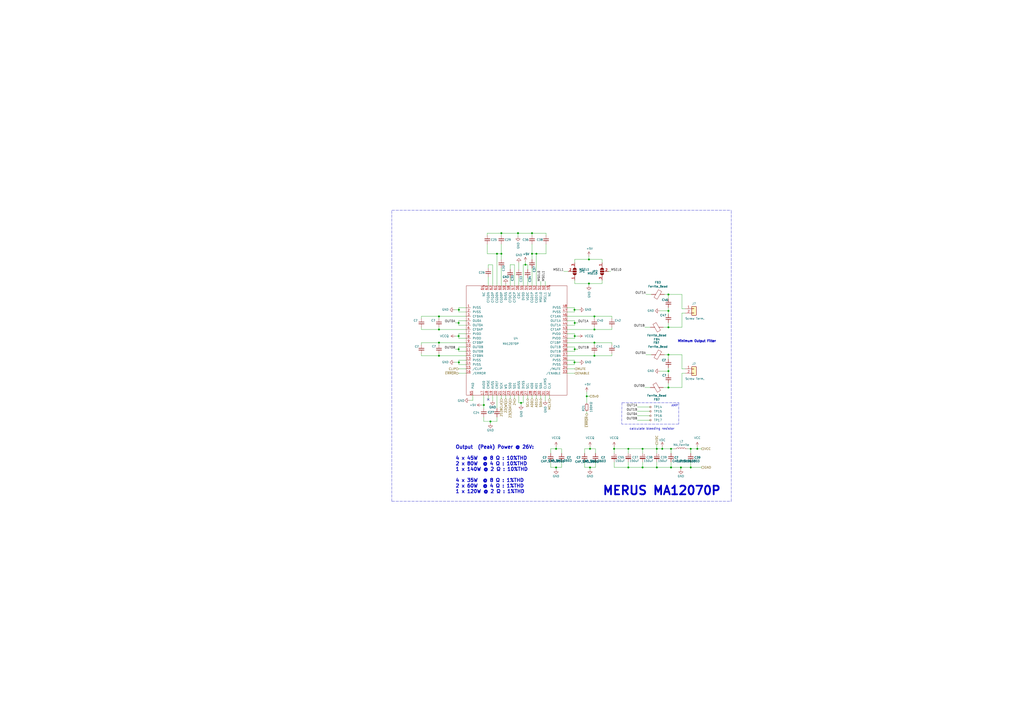
<source format=kicad_sch>
(kicad_sch (version 20211123) (generator eeschema)
  (paper "A2")
  (lib_symbols
    (symbol "Connector:TestPoint_Small" (pin_numbers hide) (pin_names (offset 0.762) hide)
      (property "Reference" "TP" (at 0 3.81 0))
      (property "Value" "TestPoint_Small" (at 0 2.032 0))
      (symbol "TestPoint_Small_0_1"
        (circle (center 0 0) (radius 0.508))
      )
      (symbol "TestPoint_Small_1_1"
        (pin passive line (at 0 0 90) (length 0) (name "1") (number "1"))
      )
    )
    (symbol "Connector_Generic:Conn_01x02" (pin_names (offset 1.016) hide)
      (property "Reference" "J" (at 0 2.54 0))
      (property "Value" "Conn_01x02" (at 0 -5.08 0))
      (symbol "Conn_01x02_1_1"
        (rectangle (start -1.27 -2.413) (end 0 -2.667) (stroke (width 0.1524)))
        (rectangle (start -1.27 0.127) (end 0 -0.127) (stroke (width 0.1524)))
        (rectangle (start -1.27 1.27) (end 1.27 -3.81) (stroke (width 0.254)) (fill (type background)))
        (pin passive line (at -5.08 0 0) (length 3.81) (name "Pin_1") (number "1"))
        (pin passive line (at -5.08 -2.54 0) (length 3.81) (name "Pin_2") (number "2"))
      )
    )
    (symbol "Device:C_Polarized_Small" (pin_numbers hide) (pin_names (offset 0.254) hide)
      (property "Reference" "C" (at 0.254 1.778 0))
      (property "Value" "C_Polarized_Small" (at 0.254 -2.032 0))
      (symbol "C_Polarized_Small_0_1"
        (rectangle (start -1.524 -0.3048) (end 1.524 -0.6858) (fill (type outline)))
        (rectangle (start -1.524 0.6858) (end 1.524 0.3048))
        (polyline (pts (xy -1.27 1.524) (xy -0.762 1.524)))
        (polyline (pts (xy -1.016 1.27) (xy -1.016 1.778)))
      )
      (symbol "C_Polarized_Small_1_1"
        (pin passive line (at 0 2.54 270) (length 1.8542) (name "~") (number "1"))
        (pin passive line (at 0 -2.54 90) (length 1.8542) (name "~") (number "2"))
      )
    )
    (symbol "Device:C_Small" (pin_numbers hide) (pin_names (offset 0.254) hide)
      (property "Reference" "C" (at 0.254 1.778 0))
      (property "Value" "C_Small" (at 0.254 -2.032 0))
      (symbol "C_Small_0_1"
        (polyline (pts (xy -1.524 -0.508) (xy 1.524 -0.508)) (stroke (width 0.3302)))
        (polyline (pts (xy -1.524 0.508) (xy 1.524 0.508)) (stroke (width 0.3048)))
      )
      (symbol "C_Small_1_1"
        (pin passive line (at 0 2.54 270) (length 2.032) (name "~") (number "1"))
        (pin passive line (at 0 -2.54 90) (length 2.032) (name "~") (number "2"))
      )
    )
    (symbol "Device:Ferrite_Bead" (pin_numbers hide) (pin_names (offset 0))
      (property "Reference" "FB" (at -3.81 0.635 90))
      (property "Value" "Device_Ferrite_Bead" (at 3.81 0 90))
      (symbol "Ferrite_Bead_0_1"
        (polyline (pts (xy 0 -1.27) (xy 0 -1.2192)))
        (polyline (pts (xy 0 1.27) (xy 0 1.2954)))
        (polyline (pts (xy -2.7686 0.4064) (xy -1.7018 2.2606) (xy 2.7686 -0.3048) (xy 1.6764 -2.159) (xy -2.7686 0.4064)))
      )
      (symbol "Ferrite_Bead_1_1"
        (pin passive line (at 0 3.81 270) (length 2.54) (name "~") (number "1"))
        (pin passive line (at 0 -3.81 90) (length 2.54) (name "~") (number "2"))
      )
    )
    (symbol "Device:L" (pin_numbers hide) (pin_names (offset 1.016) hide)
      (property "Reference" "L" (at -1.27 0 90))
      (property "Value" "L" (at 1.905 0 90))
      (symbol "L_0_1"
        (arc (start 0 -2.54) (mid 0.635 -1.905) (end 0 -1.27))
        (arc (start 0 -1.27) (mid 0.635 -0.635) (end 0 0))
        (arc (start 0 0) (mid 0.635 0.635) (end 0 1.27))
        (arc (start 0 1.27) (mid 0.635 1.905) (end 0 2.54))
      )
      (symbol "L_1_1"
        (pin passive line (at 0 3.81 270) (length 1.27) (name "1") (number "1"))
        (pin passive line (at 0 -3.81 90) (length 1.27) (name "2") (number "2"))
      )
    )
    (symbol "Device:R_Small" (pin_numbers hide) (pin_names (offset 0.254) hide)
      (property "Reference" "R" (at 0.762 0.508 0))
      (property "Value" "R_Small" (at 0.762 -1.016 0))
      (symbol "R_Small_0_1"
        (rectangle (start -0.762 1.778) (end 0.762 -1.778) (stroke (width 0.2032)))
      )
      (symbol "R_Small_1_1"
        (pin passive line (at 0 2.54 270) (length 0.762) (name "~") (number "1"))
        (pin passive line (at 0 -2.54 90) (length 0.762) (name "~") (number "2"))
      )
    )
    (symbol "Jumper:SolderJumper_3_Open" (pin_names (offset 0) hide)
      (property "Reference" "JP" (at -2.54 -2.54 0))
      (property "Value" "SolderJumper_3_Open" (at 0 2.794 0))
      (symbol "SolderJumper_3_Open_0_1"
        (arc (start -1.016 1.016) (mid -2.032 0) (end -1.016 -1.016))
        (arc (start -1.016 1.016) (mid -2.032 0) (end -1.016 -1.016) (fill (type outline)))
        (rectangle (start -0.508 1.016) (end 0.508 -1.016) (fill (type outline)))
        (polyline (pts (xy -2.54 0) (xy -2.032 0)))
        (polyline (pts (xy -1.016 1.016) (xy -1.016 -1.016)))
        (polyline (pts (xy 0 -1.27) (xy 0 -1.016)))
        (polyline (pts (xy 1.016 1.016) (xy 1.016 -1.016)))
        (polyline (pts (xy 2.54 0) (xy 2.032 0)))
        (arc (start 1.016 -1.016) (mid 2.032 0) (end 1.016 1.016))
        (arc (start 1.016 -1.016) (mid 2.032 0) (end 1.016 1.016) (fill (type outline)))
      )
      (symbol "SolderJumper_3_Open_1_1"
        (pin passive line (at -5.08 0 0) (length 2.54) (name "A") (number "1"))
        (pin passive line (at 0 -3.81 90) (length 2.54) (name "C") (number "2"))
        (pin passive line (at 5.08 0 180) (length 2.54) (name "B") (number "3"))
      )
    )
    (symbol "muVoxSyms:MA12070P" (pin_names (offset 1.016))
      (property "Reference" "U" (at 10.16 -20.32 0))
      (property "Value" "MA12070P" (at 10.16 -22.86 0))
      (symbol "MA12070P_0_1"
        (rectangle (start -19.05 6.35) (end 39.37 -57.15))
      )
      (symbol "MA12070P_1_1"
        (pin input line (at -19.05 -6.35 0) (length 2.54) (name "PVSS") (number "1"))
        (pin input line (at -19.05 -29.21 0) (length 2.54) (name "OUT0B") (number "10"))
        (pin input line (at -19.05 -31.75 0) (length 2.54) (name "OUT0B") (number "11"))
        (pin input line (at -19.05 -34.29 0) (length 2.54) (name "CF0BN") (number "12"))
        (pin input line (at -19.05 -36.83 0) (length 2.54) (name "PVSS") (number "13"))
        (pin input line (at -19.05 -39.37 0) (length 2.54) (name "PVSS") (number "14"))
        (pin output line (at -19.05 -41.91 0) (length 2.54) (name "/CLIP") (number "15"))
        (pin input line (at -19.05 -44.45 0) (length 2.54) (name "/ERROR") (number "16"))
        (pin input line (at -8.89 -57.15 90) (length 2.54) (name "AVDD") (number "17"))
        (pin input line (at -6.35 -57.15 90) (length 2.54) (name "CMSE") (number "18"))
        (pin input line (at -3.81 -57.15 90) (length 2.54) (name "AVSS") (number "19"))
        (pin input line (at -19.05 -8.89 0) (length 2.54) (name "PVSS") (number "2"))
        (pin output line (at -1.27 -57.15 90) (length 2.54) (name "CREF") (number "20"))
        (pin output line (at 1.27 -57.15 90) (length 2.54) (name "SCK") (number "21"))
        (pin input line (at 3.81 -57.15 90) (length 2.54) (name "WS") (number "22"))
        (pin input line (at 6.35 -57.15 90) (length 2.54) (name "SD0") (number "23"))
        (pin input line (at 8.89 -57.15 90) (length 2.54) (name "SD1") (number "24"))
        (pin passive line (at 11.43 -57.15 90) (length 2.54) (name "AVSS") (number "25"))
        (pin passive line (at 13.97 -57.15 90) (length 2.54) (name "DVSS") (number "26"))
        (pin bidirectional line (at 16.51 -57.15 90) (length 2.54) (name "SCL") (number "27"))
        (pin input line (at 19.05 -57.15 90) (length 2.54) (name "AD0") (number "28"))
        (pin input line (at 21.59 -57.15 90) (length 2.54) (name "AD1") (number "29"))
        (pin input line (at -19.05 -11.43 0) (length 2.54) (name "CF0AN") (number "3"))
        (pin bidirectional line (at 24.13 -57.15 90) (length 2.54) (name "SDA") (number "30"))
        (pin output line (at 26.67 -57.15 90) (length 2.54) (name "CLKMS") (number "31"))
        (pin input line (at 29.21 -57.15 90) (length 2.54) (name "CLK") (number "32"))
        (pin input line (at 39.37 -44.45 180) (length 2.54) (name "/ENABLE") (number "33"))
        (pin output line (at 39.37 -41.91 180) (length 2.54) (name "/MUTE") (number "34"))
        (pin input line (at 39.37 -39.37 180) (length 2.54) (name "PVSS") (number "35"))
        (pin input line (at 39.37 -36.83 180) (length 2.54) (name "PVSS") (number "36"))
        (pin input line (at 39.37 -34.29 180) (length 2.54) (name "CF1BN") (number "37"))
        (pin output line (at 39.37 -31.75 180) (length 2.54) (name "OUT1B") (number "38"))
        (pin output line (at 39.37 -29.21 180) (length 2.54) (name "OUT1B") (number "39"))
        (pin output line (at -19.05 -13.97 0) (length 2.54) (name "OU0A") (number "4"))
        (pin input line (at 39.37 -26.67 180) (length 2.54) (name "CF1BP") (number "40"))
        (pin input line (at 39.37 -24.13 180) (length 2.54) (name "PVDD") (number "41"))
        (pin input line (at 39.37 -21.59 180) (length 2.54) (name "PVDD") (number "42"))
        (pin input line (at 39.37 -19.05 180) (length 2.54) (name "CF1AP") (number "43"))
        (pin output line (at 39.37 -16.51 180) (length 2.54) (name "OUT1A") (number "44"))
        (pin output line (at 39.37 -13.97 180) (length 2.54) (name "OUT1A") (number "45"))
        (pin input line (at 39.37 -11.43 180) (length 2.54) (name "CF1AN") (number "46"))
        (pin input line (at 39.37 -8.89 180) (length 2.54) (name "PVSS") (number "47"))
        (pin input line (at 39.37 -6.35 180) (length 2.54) (name "PVSS") (number "48"))
        (pin no_connect line (at 29.21 6.35 270) (length 2.54) (name "NC") (number "49"))
        (pin output line (at -19.05 -16.51 0) (length 2.54) (name "OUT0A") (number "5"))
        (pin bidirectional line (at 26.67 6.35 270) (length 2.54) (name "MSEL1") (number "50"))
        (pin bidirectional line (at 24.13 6.35 270) (length 2.54) (name "MSEL0") (number "51"))
        (pin input line (at 21.59 6.35 270) (length 2.54) (name "CGD1N") (number "52"))
        (pin input line (at 19.05 6.35 270) (length 2.54) (name "CGD1P") (number "53"))
        (pin bidirectional line (at 16.51 6.35 270) (length 2.54) (name "VGDC") (number "54"))
        (pin passive line (at 13.97 6.35 270) (length 2.54) (name "DVDD") (number "55"))
        (pin passive line (at 11.43 6.35 270) (length 2.54) (name "CDC") (number "56"))
        (pin input line (at 8.89 6.35 270) (length 2.54) (name "CFDCP") (number "57"))
        (pin input line (at 6.35 6.35 270) (length 2.54) (name "CFDCN") (number "58"))
        (pin input line (at 3.81 6.35 270) (length 2.54) (name "DVSS") (number "59"))
        (pin input line (at -19.05 -19.05 0) (length 2.54) (name "CF0AP") (number "6"))
        (pin output line (at 1.27 6.35 270) (length 2.54) (name "CGD0P") (number "60"))
        (pin output line (at -1.27 6.35 270) (length 2.54) (name "CGD0N") (number "61"))
        (pin input line (at -3.81 6.35 270) (length 2.54) (name "CFGDP") (number "62"))
        (pin input line (at -6.35 6.35 270) (length 2.54) (name "CFGDN") (number "63"))
        (pin no_connect line (at -8.89 6.35 270) (length 2.54) (name "NC") (number "64"))
        (pin input line (at -15.24 -57.15 90) (length 2.54) (name "PAD") (number "65"))
        (pin input line (at -19.05 -21.59 0) (length 2.54) (name "PVDD") (number "7"))
        (pin input line (at -19.05 -24.13 0) (length 2.54) (name "PVDD") (number "8"))
        (pin input line (at -19.05 -26.67 0) (length 2.54) (name "CF0BP") (number "9"))
      )
    )
    (symbol "power:+5V" (power) (pin_names (offset 0))
      (property "Value" "+5V" (at 0 3.556 0))
      (symbol "+5V_0_1"
        (polyline (pts (xy -0.762 1.27) (xy 0 2.54)))
        (polyline (pts (xy 0 0) (xy 0 2.54)))
        (polyline (pts (xy 0 2.54) (xy 0.762 1.27)))
      )
      (symbol "+5V_1_1"
        (pin power_in line (at 0 0 90) (length 0) hide (name "+5V") (number "1"))
      )
    )
    (symbol "power:GND" (power) (pin_names (offset 0))
      (property "Value" "GND" (at 0 -3.81 0))
      (symbol "GND_0_1"
        (polyline (pts (xy 0 0) (xy 0 -1.27) (xy 1.27 -1.27) (xy 0 -2.54) (xy -1.27 -1.27) (xy 0 -1.27)))
      )
      (symbol "GND_1_1"
        (pin power_in line (at 0 0 270) (length 0) hide (name "GND") (number "1"))
      )
    )
    (symbol "power:VCC" (power) (pin_names (offset 0))
      (property "Value" "VCC" (at 0 3.81 0))
      (symbol "VCC_0_1"
        (polyline (pts (xy -0.762 1.27) (xy 0 2.54)))
        (polyline (pts (xy 0 0) (xy 0 2.54)))
        (polyline (pts (xy 0 2.54) (xy 0.762 1.27)))
      )
      (symbol "VCC_1_1"
        (pin power_in line (at 0 0 90) (length 0) hide (name "VCC") (number "1"))
      )
    )
    (symbol "power:VCCQ" (power) (pin_names (offset 0))
      (property "Value" "VCCQ" (at 0 3.81 0))
      (symbol "VCCQ_0_1"
        (polyline (pts (xy -0.762 1.27) (xy 0 2.54)))
        (polyline (pts (xy 0 0) (xy 0 2.54)))
        (polyline (pts (xy 0 2.54) (xy 0.762 1.27)))
      )
      (symbol "VCCQ_1_1"
        (pin power_in line (at 0 0 90) (length 0) hide (name "VCCQ") (number "1"))
      )
    )
    (symbol "power:VDC" (power) (pin_names (offset 0))
      (property "Value" "VDC" (at 0 6.35 0))
      (symbol "VDC_0_1"
        (polyline (pts (xy -0.762 1.27) (xy 0 2.54)))
        (polyline (pts (xy 0 0) (xy 0 2.54)))
        (polyline (pts (xy 0 2.54) (xy 0.762 1.27)))
      )
      (symbol "VDC_1_1"
        (pin power_in line (at 0 0 90) (length 0) hide (name "VDC") (number "1"))
      )
    )
  )
  (junction (at 322.58 271.145))
  (junction (at 344.805 183.515))
  (junction (at 322.58 260.35))
  (junction (at 266.065 202.565))
  (junction (at 308.61 147.193))
  (junction (at 284.48 244.475))
  (junction (at 308.61 135.255))
  (junction (at 342.265 271.145))
  (junction (at 288.29 147.193))
  (junction (at 290.83 147.193))
  (junction (at 387.731 215.265))
  (junction (at 333.375 202.565))
  (junction (at 364.49 260.35))
  (junction (at 400.685 271.145))
  (junction (at 372.745 271.145))
  (junction (at 311.15 147.193))
  (junction (at 384.175 260.35))
  (junction (at 372.745 260.35))
  (junction (at 333.248 179.705))
  (junction (at 333.375 187.325))
  (junction (at 364.49 271.145))
  (junction (at 266.065 187.325))
  (junction (at 394.97 271.145))
  (junction (at 400.685 260.35))
  (junction (at 266.192 210.185))
  (junction (at 387.731 205.74))
  (junction (at 387.731 180.34))
  (junction (at 381 260.35))
  (junction (at 254.635 206.375))
  (junction (at 254.635 183.515))
  (junction (at 300.482 135.255))
  (junction (at 341.63 164.465))
  (junction (at 304.8 153.543))
  (junction (at 387.731 170.815))
  (junction (at 356.235 260.35))
  (junction (at 254.635 191.135))
  (junction (at 387.731 189.865))
  (junction (at 344.805 191.135))
  (junction (at 381 271.145))
  (junction (at 389.255 260.35))
  (junction (at 341.63 150.495))
  (junction (at 344.805 206.375))
  (junction (at 342.265 260.35))
  (junction (at 344.805 198.755))
  (junction (at 404.495 260.35))
  (junction (at 280.67 234.95))
  (junction (at 254.635 198.755))
  (junction (at 389.255 271.145))
  (junction (at 302.26 233.68))
  (junction (at 290.83 135.255))
  (junction (at 333.248 210.185))
  (junction (at 387.731 224.79))
  (junction (at 333.375 194.945))
  (junction (at 266.192 179.705))
  (junction (at 340.36 229.87))
  (junction (at 266.065 194.945))
  (no_connect (at 283.21 231.775))
  (wire (pts (xy 345.44 260.35) (xy 345.44 262.89)))
  (wire (pts (xy 381 271.145) (xy 389.255 271.145)))
  (wire (pts (xy 333.375 186.055) (xy 328.93 186.055)))
  (wire (pts (xy 340.36 238.76) (xy 340.36 240.03)))
  (wire (pts (xy 333.375 201.295) (xy 328.93 201.295)))
  (wire (pts (xy 282.702 135.255) (xy 282.702 136.525)))
  (wire (pts (xy 369.697 236.093) (xy 377.317 236.093)))
  (wire (pts (xy 339.09 271.145) (xy 342.265 271.145)))
  (wire (pts (xy 342.265 271.145) (xy 342.265 272.415)))
  (wire (pts (xy 325.755 271.145) (xy 322.58 271.145)))
  (wire (pts (xy 397.51 181.61) (xy 395.605 181.61)))
  (wire (pts (xy 285.75 153.67) (xy 285.75 165.735)))
  (wire (pts (xy 285.75 232.41) (xy 285.75 229.235)))
  (wire (pts (xy 400.685 271.145) (xy 400.685 267.97)))
  (wire (pts (xy 387.731 224.79) (xy 384.81 224.79)))
  (wire (pts (xy 311.15 165.735) (xy 311.15 147.193)))
  (wire (pts (xy 254.635 205.105) (xy 254.635 206.375)))
  (wire (pts (xy 290.83 136.525) (xy 290.83 135.255)))
  (wire (pts (xy 381 262.89) (xy 381 260.35)))
  (wire (pts (xy 319.405 267.97) (xy 319.405 271.145)))
  (wire (pts (xy 270.51 188.595) (xy 266.065 188.595)))
  (wire (pts (xy 254.635 183.515) (xy 254.635 184.785)))
  (wire (pts (xy 280.67 234.95) (xy 280.67 236.855)))
  (wire (pts (xy 266.192 179.705) (xy 263.525 179.705)))
  (wire (pts (xy 300.482 135.255) (xy 308.61 135.255)))
  (wire (pts (xy 290.83 229.235) (xy 290.83 231.14)))
  (wire (pts (xy 354.965 189.865) (xy 354.965 191.135)))
  (wire (pts (xy 342.265 259.08) (xy 342.265 260.35)))
  (wire (pts (xy 387.731 205.74) (xy 395.605 205.74)))
  (wire (pts (xy 266.065 201.295) (xy 270.51 201.295)))
  (wire (pts (xy 325.755 267.97) (xy 325.755 271.145)))
  (wire (pts (xy 333.375 194.945) (xy 335.28 194.945)))
  (wire (pts (xy 244.475 198.755) (xy 244.475 200.025)))
  (wire (pts (xy 364.49 271.145) (xy 372.745 271.145)))
  (wire (pts (xy 384.175 259.08) (xy 384.175 260.35)))
  (wire (pts (xy 316.738 147.193) (xy 311.15 147.193)))
  (wire (pts (xy 404.495 260.35) (xy 404.495 259.08)))
  (wire (pts (xy 308.61 165.735) (xy 308.61 155.575)))
  (polyline (pts (xy 227.33 290.83) (xy 424.18 290.83)))
  (wire (pts (xy 333.375 196.215) (xy 328.93 196.215)))
  (wire (pts (xy 384.175 260.35) (xy 389.255 260.35)))
  (wire (pts (xy 374.015 224.79) (xy 377.19 224.79)))
  (wire (pts (xy 385.445 170.815) (xy 387.731 170.815)))
  (wire (pts (xy 328.93 183.515) (xy 344.805 183.515)))
  (wire (pts (xy 349.25 162.56) (xy 349.25 164.465)))
  (wire (pts (xy 254.635 206.375) (xy 244.475 206.375)))
  (polyline (pts (xy 393.7 245.999) (xy 360.68 245.999)))
  (wire (pts (xy 333.248 210.185) (xy 333.248 211.455)))
  (wire (pts (xy 302.26 233.68) (xy 302.26 234.95)))
  (wire (pts (xy 266.065 188.595) (xy 266.065 187.325)))
  (wire (pts (xy 308.61 150.495) (xy 308.61 147.193)))
  (wire (pts (xy 333.375 150.495) (xy 341.63 150.495)))
  (wire (pts (xy 283.21 153.67) (xy 285.75 153.67)))
  (wire (pts (xy 339.09 260.35) (xy 339.09 262.89)))
  (wire (pts (xy 319.405 260.35) (xy 319.405 262.89)))
  (wire (pts (xy 397.51 213.995) (xy 395.605 213.995)))
  (wire (pts (xy 266.065 194.945) (xy 266.065 196.215)))
  (wire (pts (xy 290.83 147.193) (xy 290.83 141.605)))
  (wire (pts (xy 266.065 202.565) (xy 264.16 202.565)))
  (wire (pts (xy 288.29 244.475) (xy 284.48 244.475)))
  (wire (pts (xy 319.405 271.145) (xy 322.58 271.145)))
  (wire (pts (xy 298.45 229.235) (xy 298.45 231.14)))
  (wire (pts (xy 319.405 260.35) (xy 322.58 260.35)))
  (wire (pts (xy 303.53 153.543) (xy 304.8 153.543)))
  (wire (pts (xy 270.51 203.835) (xy 266.065 203.835)))
  (wire (pts (xy 311.15 147.193) (xy 308.61 147.193)))
  (wire (pts (xy 333.375 202.565) (xy 333.375 201.295)))
  (wire (pts (xy 341.63 164.465) (xy 341.63 165.735)))
  (wire (pts (xy 387.731 224.79) (xy 387.731 222.25)))
  (wire (pts (xy 374.65 170.815) (xy 377.825 170.815)))
  (wire (pts (xy 288.29 147.193) (xy 290.83 147.193)))
  (wire (pts (xy 288.29 229.235) (xy 288.29 236.855)))
  (wire (pts (xy 290.83 135.255) (xy 300.482 135.255)))
  (wire (pts (xy 382.651 215.265) (xy 387.731 215.265)))
  (wire (pts (xy 372.745 260.35) (xy 372.745 262.89)))
  (wire (pts (xy 333.375 164.465) (xy 341.63 164.465)))
  (wire (pts (xy 395.605 189.865) (xy 387.731 189.865)))
  (wire (pts (xy 387.731 178.435) (xy 387.731 180.34)))
  (wire (pts (xy 266.192 210.185) (xy 263.525 210.185)))
  (wire (pts (xy 316.738 135.255) (xy 316.738 136.525)))
  (wire (pts (xy 244.475 183.515) (xy 244.475 184.785)))
  (wire (pts (xy 328.93 216.535) (xy 333.375 216.535)))
  (wire (pts (xy 364.49 260.35) (xy 364.49 262.89)))
  (wire (pts (xy 313.69 229.235) (xy 313.69 231.14)))
  (wire (pts (xy 303.53 165.735) (xy 303.53 153.543)))
  (wire (pts (xy 340.36 229.87) (xy 340.36 227.33)))
  (wire (pts (xy 387.731 215.265) (xy 387.731 217.17)))
  (wire (pts (xy 397.51 179.07) (xy 395.605 179.07)))
  (wire (pts (xy 387.731 213.36) (xy 387.731 215.265)))
  (wire (pts (xy 325.755 260.35) (xy 325.755 262.89)))
  (wire (pts (xy 266.192 179.705) (xy 266.192 180.975)))
  (wire (pts (xy 306.07 229.235) (xy 306.07 231.14)))
  (polyline (pts (xy 227.33 290.83) (xy 227.33 121.92)))
  (wire (pts (xy 302.26 233.68) (xy 303.53 233.68)))
  (wire (pts (xy 333.248 210.185) (xy 335.915 210.185)))
  (wire (pts (xy 328.93 193.675) (xy 333.375 193.675)))
  (wire (pts (xy 395.605 189.865) (xy 395.605 181.61)))
  (wire (pts (xy 328.93 178.435) (xy 333.248 178.435)))
  (wire (pts (xy 400.685 260.35) (xy 400.685 262.89)))
  (wire (pts (xy 340.36 229.87) (xy 342.265 229.87)))
  (wire (pts (xy 354.965 205.105) (xy 354.965 206.375)))
  (wire (pts (xy 333.375 193.675) (xy 333.375 194.945)))
  (wire (pts (xy 356.235 260.35) (xy 364.49 260.35)))
  (wire (pts (xy 333.248 179.705) (xy 335.915 179.705)))
  (wire (pts (xy 308.61 229.235) (xy 308.61 231.14)))
  (wire (pts (xy 395.605 179.07) (xy 395.605 170.815)))
  (wire (pts (xy 254.635 198.755) (xy 254.635 200.025)))
  (wire (pts (xy 328.93 198.755) (xy 344.805 198.755)))
  (wire (pts (xy 395.605 213.995) (xy 395.605 205.74)))
  (wire (pts (xy 288.29 165.735) (xy 288.29 147.193)))
  (wire (pts (xy 374.015 189.865) (xy 377.19 189.865)))
  (wire (pts (xy 341.63 150.495) (xy 341.63 148.59)))
  (wire (pts (xy 333.375 188.595) (xy 333.375 187.325)))
  (wire (pts (xy 254.635 183.515) (xy 244.475 183.515)))
  (wire (pts (xy 270.51 208.915) (xy 266.192 208.915)))
  (wire (pts (xy 266.192 208.915) (xy 266.192 210.185)))
  (wire (pts (xy 308.61 135.255) (xy 316.738 135.255)))
  (wire (pts (xy 304.8 153.543) (xy 306.07 153.543)))
  (wire (pts (xy 344.805 206.375) (xy 354.965 206.375)))
  (wire (pts (xy 333.248 208.915) (xy 333.248 210.185)))
  (wire (pts (xy 387.731 189.865) (xy 384.81 189.865)))
  (wire (pts (xy 328.93 208.915) (xy 333.248 208.915)))
  (wire (pts (xy 344.805 198.755) (xy 354.965 198.755)))
  (wire (pts (xy 404.495 260.35) (xy 407.035 260.35)))
  (wire (pts (xy 327.025 157.48) (xy 329.565 157.48)))
  (wire (pts (xy 369.697 243.713) (xy 377.317 243.713)))
  (wire (pts (xy 340.36 229.87) (xy 340.36 233.68)))
  (wire (pts (xy 374.65 205.74) (xy 377.825 205.74)))
  (wire (pts (xy 290.83 135.255) (xy 282.702 135.255)))
  (wire (pts (xy 328.93 188.595) (xy 333.375 188.595)))
  (wire (pts (xy 290.83 165.735) (xy 290.83 155.575)))
  (wire (pts (xy 381 267.97) (xy 381 271.145)))
  (wire (pts (xy 318.77 229.235) (xy 318.77 231.14)))
  (wire (pts (xy 316.23 229.235) (xy 316.23 232.41)))
  (wire (pts (xy 356.235 259.08) (xy 356.235 260.35)))
  (wire (pts (xy 295.91 229.235) (xy 295.91 231.14)))
  (wire (pts (xy 254.635 189.865) (xy 254.635 191.135)))
  (wire (pts (xy 400.685 271.145) (xy 407.035 271.145)))
  (wire (pts (xy 282.702 141.605) (xy 282.702 147.193)))
  (wire (pts (xy 266.192 210.185) (xy 266.192 211.455)))
  (wire (pts (xy 333.248 179.705) (xy 333.248 180.975)))
  (wire (pts (xy 288.29 241.935) (xy 288.29 244.475)))
  (wire (pts (xy 295.91 156.21) (xy 295.91 153.543)))
  (wire (pts (xy 381 260.35) (xy 381 257.81)))
  (wire (pts (xy 306.07 165.735) (xy 306.07 161.29)))
  (wire (pts (xy 274.32 232.283) (xy 272.288 232.283)))
  (wire (pts (xy 270.51 213.995) (xy 266.065 213.995)))
  (wire (pts (xy 244.475 205.105) (xy 244.475 206.375)))
  (wire (pts (xy 342.265 260.35) (xy 345.44 260.35)))
  (wire (pts (xy 344.805 189.865) (xy 344.805 191.135)))
  (wire (pts (xy 354.965 198.755) (xy 354.965 200.025)))
  (wire (pts (xy 298.45 153.543) (xy 298.45 165.735)))
  (wire (pts (xy 395.605 224.79) (xy 395.605 216.535)))
  (wire (pts (xy 304.8 153.543) (xy 304.8 151.765)))
  (polyline (pts (xy 424.18 290.83) (xy 424.18 121.92)))
  (wire (pts (xy 333.248 180.975) (xy 328.93 180.975)))
  (wire (pts (xy 344.805 183.515) (xy 344.805 184.785)))
  (wire (pts (xy 387.731 180.34) (xy 387.731 182.245)))
  (wire (pts (xy 274.32 229.235) (xy 274.32 232.283)))
  (wire (pts (xy 283.21 229.235) (xy 283.21 231.775)))
  (wire (pts (xy 300.99 152.4) (xy 300.99 156.21)))
  (wire (pts (xy 387.731 189.865) (xy 387.731 187.325)))
  (wire (pts (xy 389.255 260.35) (xy 391.16 260.35)))
  (wire (pts (xy 300.99 165.735) (xy 300.99 161.29)))
  (wire (pts (xy 322.58 259.08) (xy 322.58 260.35)))
  (wire (pts (xy 333.375 202.565) (xy 335.28 202.565)))
  (wire (pts (xy 293.37 229.235) (xy 293.37 231.14)))
  (wire (pts (xy 266.065 194.945) (xy 264.16 194.945)))
  (wire (pts (xy 254.635 198.755) (xy 244.475 198.755)))
  (wire (pts (xy 254.635 191.135) (xy 244.475 191.135)))
  (wire (pts (xy 270.51 191.135) (xy 254.635 191.135)))
  (wire (pts (xy 397.51 216.535) (xy 395.605 216.535)))
  (wire (pts (xy 270.51 178.435) (xy 266.192 178.435)))
  (wire (pts (xy 381 260.35) (xy 384.175 260.35)))
  (wire (pts (xy 295.91 165.735) (xy 295.91 161.29)))
  (wire (pts (xy 364.49 260.35) (xy 372.745 260.35)))
  (wire (pts (xy 333.375 203.835) (xy 333.375 202.565)))
  (wire (pts (xy 266.065 187.325) (xy 266.065 186.055)))
  (wire (pts (xy 284.48 244.475) (xy 280.67 244.475)))
  (wire (pts (xy 293.37 164.465) (xy 293.37 165.735)))
  (wire (pts (xy 308.61 136.525) (xy 308.61 135.255)))
  (wire (pts (xy 395.605 224.79) (xy 387.731 224.79)))
  (wire (pts (xy 372.745 260.35) (xy 381 260.35)))
  (wire (pts (xy 398.78 260.35) (xy 400.685 260.35)))
  (wire (pts (xy 345.44 271.145) (xy 342.265 271.145)))
  (wire (pts (xy 300.99 229.235) (xy 300.99 233.68)))
  (wire (pts (xy 400.685 260.35) (xy 404.495 260.35)))
  (wire (pts (xy 283.21 155.575) (xy 283.21 153.67)))
  (wire (pts (xy 266.192 180.975) (xy 270.51 180.975)))
  (wire (pts (xy 266.065 187.325) (xy 264.16 187.325)))
  (wire (pts (xy 356.235 267.97) (xy 356.235 271.145)))
  (wire (pts (xy 244.475 189.865) (xy 244.475 191.135)))
  (wire (pts (xy 387.731 205.74) (xy 387.731 208.28)))
  (wire (pts (xy 344.805 183.515) (xy 354.965 183.515)))
  (wire (pts (xy 333.248 178.435) (xy 333.248 179.705)))
  (wire (pts (xy 372.745 271.145) (xy 381 271.145)))
  (wire (pts (xy 394.97 271.145) (xy 400.685 271.145)))
  (wire (pts (xy 382.651 180.34) (xy 387.731 180.34)))
  (wire (pts (xy 322.58 271.145) (xy 322.58 272.415)))
  (wire (pts (xy 270.51 183.515) (xy 254.635 183.515)))
  (wire (pts (xy 333.375 187.325) (xy 335.28 187.325)))
  (wire (pts (xy 266.065 196.215) (xy 270.51 196.215)))
  (polyline (pts (xy 360.807 233.553) (xy 360.68 245.999)))
  (wire (pts (xy 282.702 147.193) (xy 288.29 147.193)))
  (wire (pts (xy 311.15 229.235) (xy 311.15 231.14)))
  (wire (pts (xy 349.25 150.495) (xy 349.25 152.4)))
  (wire (pts (xy 385.445 205.74) (xy 387.731 205.74)))
  (wire (pts (xy 387.731 170.815) (xy 395.605 170.815)))
  (wire (pts (xy 356.235 262.89) (xy 356.235 260.35)))
  (wire (pts (xy 354.33 157.48) (xy 353.06 157.48)))
  (wire (pts (xy 270.51 198.755) (xy 254.635 198.755)))
  (wire (pts (xy 339.09 267.97) (xy 339.09 271.145)))
  (wire (pts (xy 280.67 244.475) (xy 280.67 241.935)))
  (wire (pts (xy 345.44 267.97) (xy 345.44 271.145)))
  (wire (pts (xy 270.51 206.375) (xy 254.635 206.375)))
  (wire (pts (xy 333.248 211.455) (xy 328.93 211.455)))
  (wire (pts (xy 306.07 153.543) (xy 306.07 156.21)))
  (wire (pts (xy 266.192 211.455) (xy 270.51 211.455)))
  (wire (pts (xy 280.67 229.235) (xy 280.67 234.95)))
  (wire (pts (xy 266.065 193.675) (xy 266.065 194.945)))
  (wire (pts (xy 333.375 164.465) (xy 333.375 162.56)))
  (wire (pts (xy 316.23 163.195) (xy 316.23 165.735)))
  (wire (pts (xy 389.255 267.97) (xy 389.255 271.145)))
  (polyline (pts (xy 393.827 233.553) (xy 393.7 245.999)))
  (wire (pts (xy 328.93 191.135) (xy 344.805 191.135)))
  (wire (pts (xy 341.63 150.495) (xy 349.25 150.495)))
  (wire (pts (xy 300.99 233.68) (xy 302.26 233.68)))
  (wire (pts (xy 356.235 271.145) (xy 364.49 271.145)))
  (wire (pts (xy 284.48 245.745) (xy 284.48 244.475)))
  (wire (pts (xy 333.375 194.945) (xy 333.375 196.215)))
  (wire (pts (xy 279.4 234.95) (xy 280.67 234.95)))
  (polyline (pts (xy 227.33 121.92) (xy 424.18 121.92)))
  (wire (pts (xy 339.09 260.35) (xy 342.265 260.35)))
  (wire (pts (xy 369.697 241.173) (xy 377.317 241.173)))
  (wire (pts (xy 387.731 170.815) (xy 387.731 173.355)))
  (wire (pts (xy 313.69 163.195) (xy 313.69 165.735)))
  (polyline (pts (xy 360.807 233.553) (xy 393.827 233.553)))
  (wire (pts (xy 266.065 203.835) (xy 266.065 202.565)))
  (wire (pts (xy 333.375 187.325) (xy 333.375 186.055)))
  (wire (pts (xy 316.738 141.605) (xy 316.738 147.193)))
  (wire (pts (xy 328.93 206.375) (xy 344.805 206.375)))
  (wire (pts (xy 303.53 233.68) (xy 303.53 229.235)))
  (wire (pts (xy 364.49 267.97) (xy 364.49 271.145)))
  (wire (pts (xy 349.25 164.465) (xy 341.63 164.465)))
  (wire (pts (xy 270.51 193.675) (xy 266.065 193.675)))
  (wire (pts (xy 344.805 205.105) (xy 344.805 206.375)))
  (wire (pts (xy 266.192 178.435) (xy 266.192 179.705)))
  (wire (pts (xy 372.745 267.97) (xy 372.745 271.145)))
  (wire (pts (xy 266.065 202.565) (xy 266.065 201.295)))
  (wire (pts (xy 344.805 191.135) (xy 354.965 191.135)))
  (wire (pts (xy 308.61 147.193) (xy 308.61 141.605)))
  (wire (pts (xy 270.51 216.535) (xy 266.065 216.535)))
  (wire (pts (xy 333.375 152.4) (xy 333.375 150.495)))
  (wire (pts (xy 328.93 203.835) (xy 333.375 203.835)))
  (wire (pts (xy 354.965 183.515) (xy 354.965 184.785)))
  (wire (pts (xy 394.97 272.415) (xy 394.97 271.145)))
  (wire (pts (xy 328.93 213.995) (xy 333.375 213.995)))
  (wire (pts (xy 389.255 271.145) (xy 394.97 271.145)))
  (wire (pts (xy 266.065 186.055) (xy 270.51 186.055)))
  (wire (pts (xy 369.697 238.633) (xy 377.317 238.633)))
  (wire (pts (xy 290.83 150.495) (xy 290.83 147.193)))
  (wire (pts (xy 295.91 153.543) (xy 298.45 153.543)))
  (wire (pts (xy 344.805 198.755) (xy 344.805 200.025)))
  (wire (pts (xy 322.58 260.35) (xy 325.755 260.35)))
  (wire (pts (xy 300.482 137.287) (xy 300.482 135.255)))
  (wire (pts (xy 389.255 262.89) (xy 389.255 260.35)))
  (wire (pts (xy 283.21 165.735) (xy 283.21 160.655)))
  (text "MERUS MA12070P" (at 349.25 287.655 0) (effects (font (size 5.0038 5.0038) (thickness 1.0008) bold) (justify left bottom)))
  (text "Output  (Peak) Power @ 26V:\n\n4 x 45W  @ 8 Ω : 10%THD\n2 x 80W  @ 4 Ω : 10%THD\n1 x 140W @ 2 Ω : 10%THD\n\n4 x 35W  @ 8 Ω : 1%THD\n2 x 60W  @ 4 Ω : 1%THD\n1 x 120W @ 2 Ω : 1%THD" (at 264.16 286.385 0) (effects (font (size 2 2) (thickness 0.4) bold) (justify left bottom)))
  (text "calculate bleeding resistor\n" (at 365.125 249.555 0) (effects (font (size 1.27 1.27)) (justify left bottom)))
  (text "Minimum Output Filter" (at 393.065 198.755 0) (effects (font (size 1.3 1.3) (thickness 0.4) bold) (justify left bottom)))
  (text "\n" (at 289.306 204.851 0) (effects (font (size 1.27 1.27)) (justify left bottom)))
  (text "AMP" (at 389.382 236.093 0) (effects (font (size 1.27 1.27)) (justify left bottom)))
  (label "MSEL1" (at 327.025 157.48 180))
  (label "OUT1B" (at 374.015 189.865 180))
  (label "MSEL0" (at 354.33 157.48 0))
  (label "OUT1A" (at 374.65 170.815 180))
  (label "OUT1B" (at 335.28 202.565 0))
  (label "OUT0B" (at 374.015 224.79 180))
  (label "OUT1A" (at 369.697 236.093 180))
  (label "OUT1A" (at 335.28 187.325 0))
  (label "OUT0A" (at 369.697 241.173 180))
  (label "OUT0B" (at 369.697 243.713 180))
  (label "MSEL0" (at 313.69 163.195 90))
  (label "MSEL1" (at 316.23 163.195 90))
  (label "OUT0A" (at 374.65 205.74 180))
  (label "OUT0B" (at 264.16 202.565 180))
  (label "OUT1B" (at 369.697 238.633 180))
  (label "OUT0A" (at 264.16 187.325 180))
  (hierarchical_label "MUTE" (shape input) (at 333.375 213.995 0))
  (hierarchical_label "AD0" (shape input) (at 308.61 231.14 270))
  (hierarchical_label "SCL" (shape bidirectional) (at 306.07 231.14 270))
  (hierarchical_label "CLIP" (shape input) (at 266.065 213.995 180))
  (hierarchical_label "~{ERROR}" (shape input) (at 266.065 216.535 180))
  (hierarchical_label "ENABLE" (shape input) (at 333.375 216.535 0))
  (hierarchical_label "21(BCLK)" (shape input) (at 290.83 231.14 270))
  (hierarchical_label "VDC" (shape passive) (at 381 257.81 90))
  (hierarchical_label "AD1" (shape input) (at 311.15 231.14 270))
  (hierarchical_label "SDA" (shape bidirectional) (at 313.69 231.14 270))
  (hierarchical_label "23(SDATA)" (shape input) (at 295.91 231.14 270))
  (hierarchical_label "~{ERROR}" (shape output) (at 340.36 240.03 270))
  (hierarchical_label "24" (shape input) (at 298.45 231.14 270))
  (hierarchical_label "VCC" (shape passive) (at 407.035 260.35 0))
  (hierarchical_label "GND" (shape passive) (at 407.035 271.145 0))
  (hierarchical_label "5v0" (shape passive) (at 342.265 229.87 0))
  (hierarchical_label "MCLK" (shape input) (at 318.77 231.14 270))
  (hierarchical_label "22(WS)" (shape input) (at 293.37 231.14 270))
  (symbol (lib_id "power:GND") (at 382.651 180.34 270) (mirror x) (unit 1)
    (property "Reference" "#PWR0135" (effects hide))
    (property "Value" "GND" (at 379.3998 180.213 90) (effects (font (size 1.2 1.2)) (justify right)))
  )
  (symbol (lib_id "power:GND") (at 300.482 137.287 0) (unit 1)
    (property "Reference" "#PWR0145" (effects hide))
    (property "Value" "GND" (at 300.609 140.5382 90) (effects (font (size 1.2 1.2)) (justify right)))
  )
  (symbol (lib_id "power:GND") (at 341.63 165.735 0) (unit 1)
    (property "Reference" "#PWR0146" (effects hide))
    (property "Value" "GND" (at 341.757 168.9862 90) (effects (font (size 1.2 1.2)) (justify right)))
  )
  (symbol (lib_id "Jumper:SolderJumper_3_Open") (at 349.25 157.48 90) (mirror x) (unit 1)
    (property "Reference" "JP2" (at 346.71 157.48 90) (effects (font (size 1.2 1.2)) (justify left)))
    (property "Value" "MSEL0" (at 346.6592 158.623 90) (effects (font (size 1.2 1.2)) (justify left)))
    (property "Footprint" "Jumper:SolderJumper-3_P1.3mm_Bridged12_RoundedPad1.0x1.5mm" (effects hide))
  )
  (symbol (lib_id "Jumper:SolderJumper_3_Open") (at 333.375 157.48 270) (mirror x) (unit 1)
    (property "Reference" "JP1" (at 335.915 157.48 90) (effects (font (size 1.2 1.2)) (justify left)))
    (property "Value" "MSEL1" (at 335.9658 156.337 90) (effects (font (size 1.2 1.2)) (justify left)))
    (property "Footprint" "Jumper:SolderJumper-3_P1.3mm_Bridged12_RoundedPad1.0x1.5mm" (effects hide))
  )
  (symbol (lib_id "muVoxSyms:MA12070P") (at 289.56 172.085 0) (unit 1)
    (property "Reference" "U4" (at 297.815 196.215 0) (effects (font (size 1.2 1.2)) (justify left)))
    (property "Value" "MA12070P" (at 291.465 199.39 0) (effects (font (size 1.2 1.2)) (justify left)))
    (property "Footprint" "Package_DFN_QFN:QFN-64-1EP_9x9mm_P0.5mm_EP5.45x5.45mm_ThermalVias" (effects hide))
  )
  (symbol (lib_id "Device:C_Polarized_Small") (at 356.235 265.43 0) (mirror y) (unit 1)
    (property "Reference" "C55" (at 362.077 265.303 0) (effects (font (size 1.2 1.2)) (justify left)))
    (property "Value" "150uF" (at 362.585 267.335 0) (effects (font (size 1.2 1.2)) (justify left)))
    (property "Footprint" "Capacitor_SMD:CP_Elec_8x10" (effects hide))
    (property "LCSC" "C38513" (effects hide))
  )
  (symbol (lib_id "Device:C_Small") (at 280.67 239.395 0) (unit 1)
    (property "Reference" "C24" (at 278.13 239.395 0) (effects (font (size 1.2 1.2)) (justify right)))
    (property "Value" "CAP_SMD_0603" (effects hide))
    (property "Footprint" "Capacitor_SMD:C_0603_1608Metric" (effects hide))
    (property "LCSC" "C157684" (effects hide))
  )
  (symbol (lib_id "Device:C_Small") (at 288.29 239.395 0) (mirror y) (unit 1)
    (property "Reference" "C27" (at 282.956 239.141 0) (effects (font (size 1.2 1.2)) (justify right)))
    (property "Value" "CAP_SMD_0603" (effects hide))
    (property "Footprint" "Capacitor_SMD:C_0603_1608Metric" (effects hide))
    (property "LCSC" "C157684" (effects hide))
  )
  (symbol (lib_id "power:+5V") (at 279.4 234.95 90) (unit 1)
    (property "Reference" "#PWR0129" (effects hide))
    (property "Value" "+5V" (at 274.32 234.95 90) (effects (font (size 1.2 1.2))))
  )
  (symbol (lib_id "Device:C_Small") (at 344.805 202.565 0) (mirror y) (unit 1)
    (property "Reference" "C41" (at 347.726 200.914 0) (effects (font (size 1.2 1.2))))
    (property "Value" "CAP_SMD_0805" (effects hide))
    (property "Footprint" "Capacitor_SMD:C_0805_2012Metric" (effects hide))
    (property "LCSC" "C162422" (effects hide))
  )
  (symbol (lib_id "Device:C_Small") (at 354.965 202.565 0) (mirror y) (unit 1)
    (property "Reference" "C43" (at 357.632 201.041 0) (effects (font (size 1.2 1.2))))
    (property "Value" "CAP_SMD_0805" (effects hide))
    (property "Footprint" "Capacitor_SMD:C_0805_2012Metric" (effects hide))
    (property "LCSC" "C162422" (effects hide))
  )
  (symbol (lib_id "Device:C_Small") (at 344.805 187.325 0) (unit 1)
    (property "Reference" "C40" (at 348.107 185.928 0) (effects (font (size 1.2 1.2))))
    (property "Value" "CAP_SMD_0805" (effects hide))
    (property "Footprint" "Capacitor_SMD:C_0805_2012Metric" (effects hide))
    (property "LCSC" "C162422" (effects hide))
  )
  (symbol (lib_id "Device:C_Small") (at 354.965 187.325 0) (unit 1)
    (property "Reference" "C42" (at 358.394 185.928 0) (effects (font (size 1.2 1.2))))
    (property "Value" "CAP_SMD_0805" (effects hide))
    (property "Footprint" "Capacitor_SMD:C_0805_2012Metric" (effects hide))
    (property "LCSC" "C162422" (effects hide))
  )
  (symbol (lib_id "Device:C_Small") (at 308.61 153.035 0) (unit 1)
    (property "Reference" "C37" (at 309.88 154.305 90) (effects (font (size 1.2 1.2)) (justify right)))
    (property "Value" "CAP_SMD_0603" (effects hide))
    (property "Footprint" "Capacitor_SMD:C_0603_1608Metric" (effects hide))
    (property "LCSC" "C157684" (effects hide))
  )
  (symbol (lib_id "Device:C_Small") (at 306.07 158.75 0) (unit 1)
    (property "Reference" "C34" (at 307.34 160.02 90) (effects (font (size 1.2 1.2)) (justify right)))
    (property "Value" "CAP_SMD_0603" (effects hide))
    (property "Footprint" "Capacitor_SMD:C_0603_1608Metric" (effects hide))
    (property "LCSC" "C157684" (effects hide))
  )
  (symbol (lib_id "Device:C_Small") (at 295.91 158.75 0) (unit 1)
    (property "Reference" "C31" (at 297.18 159.385 90) (effects (font (size 1.2 1.2)) (justify right)))
    (property "Value" "CAP_SMD_0603" (effects hide))
    (property "Footprint" "Capacitor_SMD:C_0603_1608Metric" (effects hide))
    (property "LCSC" "C157684" (effects hide))
  )
  (symbol (lib_id "Device:C_Small") (at 300.99 158.75 0) (unit 1)
    (property "Reference" "C33" (at 302.26 160.02 90) (effects (font (size 1.2 1.2)) (justify right)))
    (property "Value" "CAP_SMD_0603" (effects hide))
    (property "Footprint" "Capacitor_SMD:C_0603_1608Metric" (effects hide))
    (property "LCSC" "C157684" (effects hide))
  )
  (symbol (lib_id "Device:C_Small") (at 308.61 139.065 0) (unit 1)
    (property "Reference" "C36" (at 306.705 139.065 0) (effects (font (size 1.2 1.2)) (justify right)))
    (property "Value" "CAP_SMD_0805" (effects hide))
    (property "Footprint" "Capacitor_SMD:C_0805_2012Metric" (effects hide))
    (property "LCSC" "C318694" (effects hide))
  )
  (symbol (lib_id "Device:C_Small") (at 316.738 139.065 0) (unit 1)
    (property "Reference" "C38" (at 314.96 139.065 0) (effects (font (size 1.2 1.2)) (justify right)))
    (property "Value" "CAP_SMD_0603" (effects hide))
    (property "Footprint" "Capacitor_SMD:C_0603_1608Metric" (effects hide))
    (property "LCSC" "C30926" (effects hide))
  )
  (symbol (lib_id "Device:C_Small") (at 290.83 153.035 0) (mirror x) (unit 1)
    (property "Reference" "C30" (at 292.1 157.48 90) (effects (font (size 1.2 1.2)) (justify right)))
    (property "Value" "CAP_SMD_0603" (effects hide))
    (property "Footprint" "Capacitor_SMD:C_0603_1608Metric" (effects hide))
    (property "LCSC" "C157684" (effects hide))
  )
  (symbol (lib_id "Device:C_Small") (at 290.83 139.065 180) (unit 1)
    (property "Reference" "C29" (at 292.735 139.065 0) (effects (font (size 1.2 1.2)) (justify right)))
    (property "Value" "CAP_SMD_0805" (effects hide))
    (property "Footprint" "Capacitor_SMD:C_0805_2012Metric" (effects hide))
    (property "LCSC" "C318694" (effects hide))
  )
  (symbol (lib_id "Device:C_Small") (at 282.702 139.065 0) (mirror x) (unit 1)
    (property "Reference" "C25" (at 288.29 139.065 0) (effects (font (size 1.2 1.2)) (justify right)))
    (property "Value" "CAP_SMD_0603" (effects hide))
    (property "Footprint" "Capacitor_SMD:C_0603_1608Metric" (effects hide))
    (property "LCSC" "C30926" (effects hide))
  )
  (symbol (lib_id "Device:C_Small") (at 283.21 158.115 0) (unit 1)
    (property "Reference" "C26" (at 281.305 158.115 0) (effects (font (size 1.2 1.2)) (justify right)))
    (property "Value" "CAP_SMD_0603" (effects hide))
    (property "Footprint" "Capacitor_SMD:C_0603_1608Metric" (effects hide))
    (property "LCSC" "C30926" (effects hide))
  )
  (symbol (lib_id "Device:C_Small") (at 400.685 265.43 0) (unit 1)
    (property "Reference" "C39" (at 406.4 265.43 0) (effects (font (size 1.2 1.2)) (justify right)))
    (property "Value" "CAP_SMD_0603" (at 405.892 267.462 0) (effects (font (size 1.2 1.2)) (justify right)))
    (property "Footprint" "Capacitor_SMD:C_0603_1608Metric" (effects hide))
    (property "LCSC" "C21122" (effects hide))
  )
  (symbol (lib_id "Device:C_Small") (at 387.731 184.785 0) (mirror x) (unit 1)
    (property "Reference" "C47" (at 386.588 182.88 0) (effects (font (size 1.2 1.2)) (justify right)))
    (property "Value" "CAP_SMD_0603" (effects hide))
    (property "Footprint" "Capacitor_SMD:C_0603_1608Metric" (effects hide))
    (property "LCSC" "C44369" (effects hide))
  )
  (symbol (lib_id "Device:C_Small") (at 387.731 175.895 0) (mirror y) (unit 1)
    (property "Reference" "C46" (at 383.921 173.99 0) (effects (font (size 1.2 1.2)) (justify right)))
    (property "Value" "CAP_SMD_0603" (effects hide))
    (property "Footprint" "Capacitor_SMD:C_0603_1608Metric" (effects hide))
    (property "LCSC" "C44369" (effects hide))
  )
  (symbol (lib_id "Device:Ferrite_Bead") (at 381 189.865 90) (mirror x) (unit 1)
    (property "Reference" "FB4" (at 381 196.8246 90) (effects (font (size 1.2 1.2))))
    (property "Value" "Ferrite_Bead" (at 381 194.5132 90) (effects (font (size 1.2 1.2))))
    (property "Footprint" "Capacitor_SMD:C_1206_3216Metric" (effects hide))
    (property "Mouser" "623-2512065007Y6" (effects hide))
  )
  (symbol (lib_id "Device:Ferrite_Bead") (at 381.635 170.815 90) (unit 1)
    (property "Reference" "FB3" (at 381.635 163.8554 90) (effects (font (size 1.2 1.2))))
    (property "Value" "Ferrite_Bead" (at 381.635 166.1668 90) (effects (font (size 1.2 1.2))))
    (property "Footprint" "Capacitor_SMD:C_1206_3216Metric" (effects hide))
    (property "Mouser" "623-2512065007Y6" (effects hide))
  )
  (symbol (lib_id "Connector_Generic:Conn_01x02") (at 402.59 179.07 0) (unit 1)
    (property "Reference" "J7" (at 401.447 176.149 0) (effects (font (size 1.2 1.2)) (justify left)))
    (property "Value" "Screw Term." (at 397.51 184.785 0) (effects (font (size 1.2 1.2)) (justify left)))
    (property "Footprint" "Lib:Phoenix1989447" (effects hide))
    (property "Digikey" "277-16667-ND" (effects hide))
  )
  (symbol (lib_id "power:GND") (at 300.99 152.4 180) (unit 1)
    (property "Reference" "#PWR?" (effects hide))
    (property "Value" "GND" (at 299.085 147.955 0) (effects (font (size 1.2 1.2)) (justify right)))
  )
  (symbol (lib_id "power:VCCQ") (at 356.235 259.08 0) (unit 1)
    (property "Reference" "#PWR079" (effects hide))
    (property "Value" "VCCQ" (at 356.235 254 0))
  )
  (symbol (lib_id "power:VCCQ") (at 264.16 194.945 90) (mirror x) (unit 1)
    (property "Reference" "#PWR?" (effects hide))
    (property "Value" "VCCQ" (at 260.35 194.9449 90) (effects (justify left)))
  )
  (symbol (lib_id "Connector:TestPoint_Small") (at 377.317 243.713 0) (unit 1)
    (property "Reference" "TP17" (at 379.222 243.7129 0) (effects (justify left)))
    (property "Value" "TestPoint_Small" (effects hide))
    (property "Footprint" "TestPoint:TestPoint_Pad_D1.5mm" (effects hide))
  )
  (symbol (lib_id "power:GND") (at 285.75 232.41 0) (unit 1)
    (property "Reference" "#PWR?" (effects hide))
    (property "Value" "GND" (at 285.75 236.22 0))
  )
  (symbol (lib_id "Device:C_Polarized_Small") (at 372.745 265.43 0) (mirror y) (unit 1)
    (property "Reference" "C38" (at 378.587 265.303 0) (effects (font (size 1.2 1.2)) (justify left)))
    (property "Value" "150uF" (at 379.095 267.335 0) (effects (font (size 1.2 1.2)) (justify left)))
    (property "Footprint" "Capacitor_SMD:CP_Elec_8x10" (effects hide))
    (property "LCSC" "C38513" (effects hide))
  )
  (symbol (lib_id "power:GND") (at 394.97 272.415 0) (unit 1)
    (property "Reference" "#PWR?" (effects hide))
    (property "Value" "GND" (at 396.875 276.225 0) (effects (font (size 1.2 1.2)) (justify right)))
  )
  (symbol (lib_id "Device:C_Small") (at 254.635 187.325 0) (mirror y) (unit 1)
    (property "Reference" "C?" (at 251.333 185.928 0) (effects (font (size 1.2 1.2))))
    (property "Value" "CAP_SMD_0805" (effects hide))
    (property "Footprint" "Capacitor_SMD:C_0805_2012Metric" (effects hide))
    (property "LCSC" "C162422" (effects hide))
  )
  (symbol (lib_id "Device:C_Polarized_Small") (at 381 265.43 0) (mirror y) (unit 1)
    (property "Reference" "C39" (at 386.842 265.303 0) (effects (font (size 1.2 1.2)) (justify left)))
    (property "Value" "150uF" (at 387.35 267.335 0) (effects (font (size 1.2 1.2)) (justify left)))
    (property "Footprint" "Capacitor_SMD:CP_Elec_8x10" (effects hide))
    (property "LCSC" "C38513" (effects hide))
  )
  (symbol (lib_id "Connector:TestPoint_Small") (at 377.317 238.633 0) (unit 1)
    (property "Reference" "TP15" (at 379.222 238.6329 0) (effects (justify left)))
    (property "Value" "TestPoint_Small" (effects hide))
    (property "Footprint" "TestPoint:TestPoint_Pad_D1.5mm" (effects hide))
  )
  (symbol (lib_id "power:GND") (at 335.915 179.705 90) (unit 1)
    (property "Reference" "#PWR072" (effects hide))
    (property "Value" "GND" (at 339.1662 179.578 90) (effects (font (size 1.2 1.2)) (justify right)))
  )
  (symbol (lib_id "Device:C_Small") (at 325.755 265.43 0) (unit 1)
    (property "Reference" "C?" (at 331.216 265.43 0) (effects (font (size 1.2 1.2)) (justify right)))
    (property "Value" "CAP_SMD_0603" (at 331.724 267.208 0) (effects (font (size 1.2 1.2)) (justify right)))
    (property "Footprint" "Capacitor_SMD:C_0603_1608Metric" (effects hide))
    (property "LCSC" "C30926" (effects hide))
  )
  (symbol (lib_id "Connector:TestPoint_Small") (at 377.317 236.093 0) (unit 1)
    (property "Reference" "TP14" (at 379.222 236.0929 0) (effects (justify left)))
    (property "Value" "TestPoint_Small" (effects hide))
    (property "Footprint" "TestPoint:TestPoint_Pad_D1.5mm" (effects hide))
  )
  (symbol (lib_id "Device:R_Small") (at 340.36 236.22 0) (mirror y) (unit 1)
    (property "Reference" "R21" (at 338.455 234.95 90) (effects (font (size 1.2 1.2)) (justify right)))
    (property "Value" "100KΩ" (at 342.9 233.045 90) (effects (font (size 1.2 1.2)) (justify right)))
    (property "Footprint" "Resistor_SMD:R_0603_1608Metric" (effects hide))
    (property "LCSC" "C25803" (effects hide))
  )
  (symbol (lib_id "Device:C_Small") (at 319.405 265.43 0) (unit 1)
    (property "Reference" "C?" (at 317.119 265.43 0) (effects (font (size 1.2 1.2)) (justify right)))
    (property "Value" "CAP_SMD_0805" (at 313.69 268.224 0) (effects (font (size 1.2 1.2)) (justify left bottom)))
    (property "Footprint" "Capacitor_SMD:C_0805_2012Metric" (effects hide))
    (property "LCSC" "C318694" (effects hide))
  )
  (symbol (lib_id "Device:Ferrite_Bead") (at 381.635 205.74 90) (unit 1)
    (property "Reference" "FB?" (at 380.746 198.755 90) (effects (font (size 1.2 1.2))))
    (property "Value" "Ferrite_Bead" (at 381.635 201.0918 90) (effects (font (size 1.2 1.2))))
    (property "Footprint" "Capacitor_SMD:C_1206_3216Metric" (effects hide))
    (property "Mouser" "623-2512065007Y6" (effects hide))
  )
  (symbol (lib_id "Device:C_Small") (at 387.731 219.71 0) (mirror x) (unit 1)
    (property "Reference" "C?" (at 386.588 217.805 0) (effects (font (size 1.2 1.2)) (justify right)))
    (property "Value" "CAP_SMD_0603" (effects hide))
    (property "Footprint" "Capacitor_SMD:C_0603_1608Metric" (effects hide))
    (property "LCSC" "C44369" (effects hide))
  )
  (symbol (lib_id "Device:Ferrite_Bead") (at 381 224.79 90) (mirror x) (unit 1)
    (property "Reference" "FB?" (at 381 231.7496 90) (effects (font (size 1.2 1.2))))
    (property "Value" "Ferrite_Bead" (at 381 229.4382 90) (effects (font (size 1.2 1.2))))
    (property "Footprint" "Capacitor_SMD:C_1206_3216Metric" (effects hide))
    (property "Mouser" "623-2512065007Y6" (effects hide))
  )
  (symbol (lib_id "Device:C_Small") (at 389.255 265.43 0) (mirror y) (unit 1)
    (property "Reference" "C?" (at 391.16 265.43 0) (effects (font (size 1.2 1.2)) (justify right)))
    (property "Value" "CAP_SMD_0603" (at 389.89 267.462 0) (effects (font (size 1.2 1.2)) (justify right)))
    (property "Footprint" "Capacitor_SMD:C_0603_1608Metric" (effects hide))
    (property "LCSC" "C21122" (effects hide))
  )
  (symbol (lib_id "Connector:TestPoint_Small") (at 377.317 241.173 0) (unit 1)
    (property "Reference" "TP16" (at 379.222 241.1729 0) (effects (justify left)))
    (property "Value" "TestPoint_Small" (effects hide))
    (property "Footprint" "TestPoint:TestPoint_Pad_D1.5mm" (effects hide))
  )
  (symbol (lib_id "power:VDC") (at 384.175 259.08 0) (unit 1)
    (property "Reference" "#PWR082" (effects hide))
  )
  (symbol (lib_id "power:GND") (at 263.525 179.705 270) (mirror x) (unit 1)
    (property "Reference" "#PWR?" (effects hide))
    (property "Value" "GND" (at 260.2738 179.578 90) (effects (font (size 1.2 1.2)) (justify right)))
  )
  (symbol (lib_id "power:GND") (at 302.26 234.95 0) (unit 1)
    (property "Reference" "#PWR066" (effects hide))
    (property "Value" "GND" (at 302.387 238.2012 90) (effects (font (size 1.2 1.2)) (justify right)))
  )
  (symbol (lib_id "power:GND") (at 342.265 272.415 0) (unit 1)
    (property "Reference" "#PWR?" (effects hide))
    (property "Value" "GND" (at 344.17 276.225 0) (effects (font (size 1.2 1.2)) (justify right)))
  )
  (symbol (lib_id "Device:C_Small") (at 254.635 202.565 0) (unit 1)
    (property "Reference" "C?" (at 251.714 200.914 0) (effects (font (size 1.2 1.2))))
    (property "Value" "CAP_SMD_0805" (effects hide))
    (property "Footprint" "Capacitor_SMD:C_0805_2012Metric" (effects hide))
    (property "LCSC" "C162422" (effects hide))
  )
  (symbol (lib_id "power:+5V") (at 304.8 151.765 0) (unit 1)
    (property "Reference" "#PWR067" (effects hide))
    (property "Value" "+5V" (at 305.181 147.3708 0) (effects (font (size 1.2 1.2))))
  )
  (symbol (lib_id "power:GND") (at 322.58 272.415 0) (unit 1)
    (property "Reference" "#PWR?" (effects hide))
    (property "Value" "GND" (at 324.485 276.225 0) (effects (font (size 1.2 1.2)) (justify right)))
  )
  (symbol (lib_id "Device:C_Small") (at 387.731 210.82 0) (mirror y) (unit 1)
    (property "Reference" "C?" (at 383.921 208.915 0) (effects (font (size 1.2 1.2)) (justify right)))
    (property "Value" "CAP_SMD_0603" (effects hide))
    (property "Footprint" "Capacitor_SMD:C_0603_1608Metric" (effects hide))
    (property "LCSC" "C44369" (effects hide))
  )
  (symbol (lib_id "Device:C_Small") (at 244.475 187.325 0) (mirror y) (unit 1)
    (property "Reference" "C?" (at 241.046 185.928 0) (effects (font (size 1.2 1.2))))
    (property "Value" "CAP_SMD_0805" (effects hide))
    (property "Footprint" "Capacitor_SMD:C_0805_2012Metric" (effects hide))
    (property "LCSC" "C162422" (effects hide))
  )
  (symbol (lib_id "Device:C_Polarized_Small") (at 364.49 265.43 0) (mirror y) (unit 1)
    (property "Reference" "C37" (at 370.332 265.303 0) (effects (font (size 1.2 1.2)) (justify left)))
    (property "Value" "150uF" (at 370.84 267.335 0) (effects (font (size 1.2 1.2)) (justify left)))
    (property "Footprint" "Capacitor_SMD:CP_Elec_8x10" (effects hide))
    (property "LCSC" "C38513" (effects hide))
  )
  (symbol (lib_id "power:GND") (at 382.651 215.265 270) (mirror x) (unit 1)
    (property "Reference" "#PWR?" (effects hide))
    (property "Value" "GND" (at 379.3998 215.138 90) (effects (font (size 1.2 1.2)) (justify right)))
  )
  (symbol (lib_id "power:GND") (at 293.37 164.465 180) (unit 1)
    (property "Reference" "#PWR?" (effects hide))
    (property "Value" "GND" (at 291.465 160.655 0) (effects (font (size 1.2 1.2)) (justify right)))
  )
  (symbol (lib_id "power:VCC") (at 404.495 259.08 0) (unit 1)
    (property "Reference" "#PWR084" (effects hide))
    (property "Value" "VCC" (at 404.495 254 0))
  )
  (symbol (lib_id "power:GND") (at 284.48 245.745 0) (unit 1)
    (property "Reference" "#PWR?" (effects hide))
    (property "Value" "GND" (at 284.48 249.555 0))
  )
  (symbol (lib_id "Device:C_Small") (at 244.475 202.565 0) (unit 1)
    (property "Reference" "C?" (at 241.808 201.041 0) (effects (font (size 1.2 1.2))))
    (property "Value" "CAP_SMD_0805" (effects hide))
    (property "Footprint" "Capacitor_SMD:C_0805_2012Metric" (effects hide))
    (property "LCSC" "C162422" (effects hide))
  )
  (symbol (lib_id "Device:L") (at 394.97 260.35 270) (mirror x) (unit 1)
    (property "Reference" "L?" (at 395.224 256.032 90) (effects (font (size 1.2 1.2))))
    (property "Value" "MA_Ferrite" (at 395.224 258.064 90) (effects (font (size 1.2 1.2))))
    (property "Footprint" "Lib:MA_Ferrite" (effects hide))
    (property "Mouser" "623-2743019447LF" (effects hide))
  )
  (symbol (lib_id "power:GND") (at 335.915 210.185 90) (unit 1)
    (property "Reference" "#PWR?" (effects hide))
    (property "Value" "GND" (at 339.1662 210.058 90) (effects (font (size 1.2 1.2)) (justify right)))
  )
  (symbol (lib_id "power:GND") (at 316.23 232.41 0) (unit 1)
    (property "Reference" "#PWR068" (effects hide))
    (property "Value" "GND" (at 316.357 235.6612 90) (effects (font (size 1.2 1.2)) (justify right)))
  )
  (symbol (lib_id "power:GND") (at 272.288 232.283 270) (unit 1)
    (property "Reference" "#PWR?" (effects hide))
    (property "Value" "GND" (at 265.43 232.41 90) (effects (justify left)))
  )
  (symbol (lib_id "Device:C_Small") (at 339.09 265.43 0) (unit 1)
    (property "Reference" "C?" (at 336.804 265.43 0) (effects (font (size 1.2 1.2)) (justify right)))
    (property "Value" "CAP_SMD_0805" (at 333.502 268.478 0) (effects (font (size 1.2 1.2)) (justify left bottom)))
    (property "Footprint" "Capacitor_SMD:C_0805_2012Metric" (effects hide))
    (property "LCSC" "C318694" (effects hide))
  )
  (symbol (lib_id "power:VCCQ") (at 322.58 259.08 0) (unit 1)
    (property "Reference" "#PWR?" (effects hide))
    (property "Value" "VCCQ" (at 322.58 254 0))
  )
  (symbol (lib_id "power:VCCQ") (at 335.28 194.945 270) (unit 1)
    (property "Reference" "#PWR?" (effects hide))
    (property "Value" "VCCQ" (at 339.09 194.9449 90) (effects (justify left)))
  )
  (symbol (lib_id "Connector_Generic:Conn_01x02") (at 402.59 213.995 0) (unit 1)
    (property "Reference" "J?" (at 401.447 211.074 0) (effects (font (size 1.2 1.2)) (justify left)))
    (property "Value" "Screw Term." (at 397.51 219.71 0) (effects (font (size 1.2 1.2)) (justify left)))
    (property "Footprint" "Lib:Phoenix1989447" (effects hide))
    (property "Digikey" "277-16667-ND" (effects hide))
  )
  (symbol (lib_id "power:GND") (at 263.525 210.185 270) (mirror x) (unit 1)
    (property "Reference" "#PWR?" (effects hide))
    (property "Value" "GND" (at 260.2738 210.058 90) (effects (font (size 1.2 1.2)) (justify right)))
  )
  (symbol (lib_id "power:VCCQ") (at 342.265 259.08 0) (unit 1)
    (property "Reference" "#PWR?" (effects hide))
    (property "Value" "VCCQ" (at 342.265 254 0))
  )
  (symbol (lib_id "Device:C_Small") (at 345.44 265.43 0) (unit 1)
    (property "Reference" "C?" (at 351.028 265.43 0) (effects (font (size 1.2 1.2)) (justify right)))
    (property "Value" "CAP_SMD_0603" (at 351.536 267.462 0) (effects (font (size 1.2 1.2)) (justify right)))
    (property "Footprint" "Capacitor_SMD:C_0603_1608Metric" (effects hide))
    (property "LCSC" "C30926" (effects hide))
  )
  (symbol (lib_id "power:+5V") (at 341.63 148.59 0) (unit 1)
    (property "Reference" "#PWR075" (effects hide))
    (property "Value" "+5V" (at 342.011 144.1958 0) (effects (font (size 1.2 1.2))))
  )
  (symbol (lib_id "power:+5V") (at 340.36 227.33 0) (unit 1)
    (property "Reference" "#PWR?" (effects hide))
    (property "Value" "+5V" (at 340.741 222.9358 0) (effects (font (size 1.2 1.2))))
  )
)
</source>
